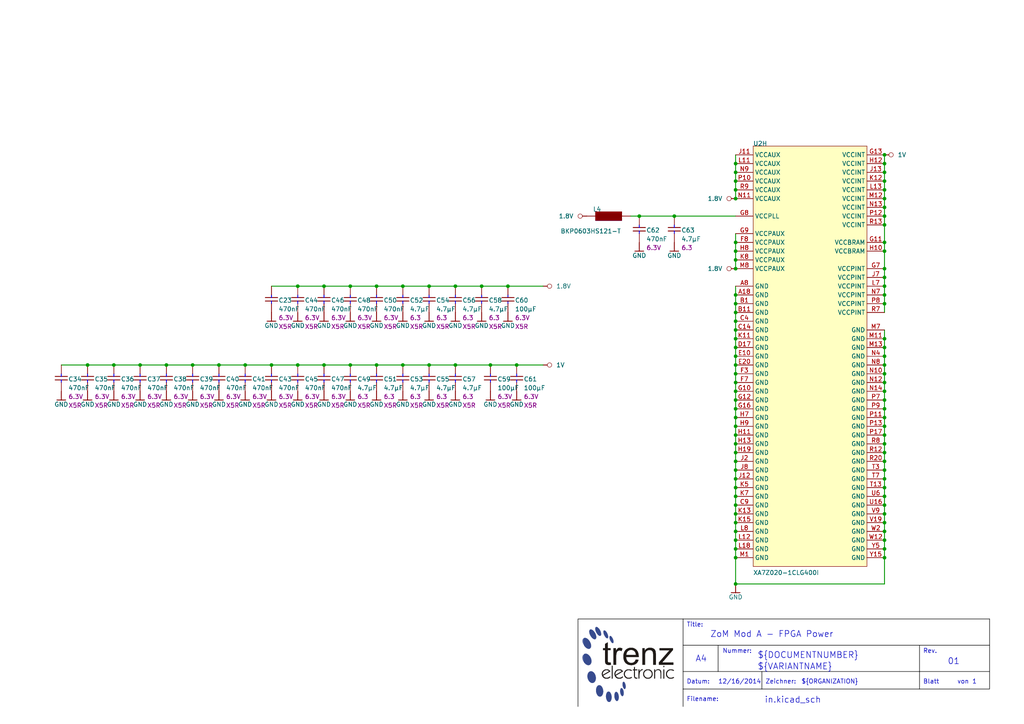
<source format=kicad_sch>
(kicad_sch (version 20230121) (generator eeschema)
  (paper "A4")
  (title_block (title "ZoM Mod A - FPGA Power") (date "12/16/2014") (rev "01"))
  (junction (at 256.54 47.4472))
  (junction (at 109.22 105.8672))
  (junction (at 256.54 103.3272))
  (junction (at 256.54 121.1072))
  (junction (at 55.88 105.8672))
  (junction (at 132.08 105.8672))
  (junction (at 147.32 83.0072))
  (junction (at 256.54 88.0872))
  (junction (at 109.22 83.0072))
  (junction (at 256.54 131.2672))
  (junction (at 213.36 136.3472))
  (junction (at 213.36 88.0872))
  (junction (at 256.54 52.5272))
  (junction (at 256.54 149.0472))
  (junction (at 256.54 62.6872))
  (junction (at 213.36 52.5272))
  (junction (at 256.54 136.3472))
  (junction (at 213.36 90.6272))
  (junction (at 213.36 100.7872))
  (junction (at 213.36 49.9872))
  (junction (at 256.54 143.9672))
  (junction (at 213.36 138.8872))
  (junction (at 142.24 105.8672))
  (junction (at 256.54 100.7872))
  (junction (at 93.98 83.0072))
  (junction (at 93.98 105.8672))
  (junction (at 101.6 105.8672))
  (junction (at 256.54 110.9472))
  (junction (at 213.36 98.2472))
  (junction (at 256.54 154.1272))
  (junction (at 213.36 149.0472))
  (junction (at 213.36 110.9472))
  (junction (at 256.54 113.4872))
  (junction (at 86.36 105.8672))
  (junction (at 256.54 65.2272))
  (junction (at 256.54 60.1472))
  (junction (at 256.54 161.7472))
  (junction (at 256.54 123.6472))
  (junction (at 71.12 105.8672))
  (junction (at 213.36 169.3672))
  (junction (at 25.4 105.8672))
  (junction (at 213.36 154.1272))
  (junction (at 213.36 128.7272))
  (junction (at 213.36 151.5872))
  (junction (at 86.36 83.0072))
  (junction (at 256.54 128.7272))
  (junction (at 256.54 116.0272))
  (junction (at 132.08 83.0072))
  (junction (at 213.36 105.8672))
  (junction (at 256.54 77.9272))
  (junction (at 101.6 83.0072))
  (junction (at 213.36 103.3272))
  (junction (at 256.54 108.4072))
  (junction (at 48.26 105.8672))
  (junction (at 256.54 44.9072))
  (junction (at 33.02 105.8672))
  (junction (at 256.54 159.2072))
  (junction (at 78.74 105.8672))
  (junction (at 213.36 133.8072))
  (junction (at 213.36 55.0672))
  (junction (at 213.36 131.2672))
  (junction (at 63.5 105.8672))
  (junction (at 213.36 143.9672))
  (junction (at 213.36 72.8472))
  (junction (at 213.36 156.6672))
  (junction (at 213.36 77.9272))
  (junction (at 213.36 75.3872))
  (junction (at 40.64 105.8672))
  (junction (at 256.54 118.5672))
  (junction (at 213.36 57.6072))
  (junction (at 256.54 126.1872))
  (junction (at 213.36 123.6472))
  (junction (at 213.36 70.3072))
  (junction (at 256.54 83.0072))
  (junction (at 256.54 146.5072))
  (junction (at 256.54 138.8872))
  (junction (at 256.54 85.5472))
  (junction (at 256.54 98.2472))
  (junction (at 256.54 105.8672))
  (junction (at 256.54 55.0672))
  (junction (at 116.84 105.8672))
  (junction (at 256.54 133.8072))
  (junction (at 195.58 62.6872))
  (junction (at 124.46 83.0072))
  (junction (at 213.36 93.1672))
  (junction (at 213.36 146.5072))
  (junction (at 256.54 49.9872))
  (junction (at 256.54 156.6672))
  (junction (at 256.54 70.3072))
  (junction (at 213.36 95.7072))
  (junction (at 213.36 161.7472))
  (junction (at 256.54 57.6072))
  (junction (at 149.86 105.8672))
  (junction (at 124.46 105.8672))
  (junction (at 116.84 83.0072))
  (junction (at 213.36 108.4072))
  (junction (at 213.36 121.1072))
  (junction (at 139.7 83.0072))
  (junction (at 213.36 47.4472))
  (junction (at 213.36 85.5472))
  (junction (at 213.36 126.1872))
  (junction (at 185.42 62.6872))
  (junction (at 256.54 80.4672))
  (junction (at 213.36 113.4872))
  (junction (at 213.36 118.5672))
  (junction (at 213.36 159.2072))
  (junction (at 256.54 151.5872))
  (junction (at 213.36 141.4272))
  (junction (at 256.54 141.4272))
  (junction (at 256.54 72.8472))
  (junction (at 213.36 116.0272))
  (wire (pts (xy 256.54 65.2272) (xy 256.54 62.6872)) (stroke (width 0.254)))
  (wire (pts (xy 142.24 105.8672) (xy 149.86 105.8672)) (stroke (width 0.254)))
  (wire (pts (xy 48.26 105.8672) (xy 55.88 105.8672)) (stroke (width 0.254)))
  (wire (pts (xy 213.36 169.3672) (xy 256.54 169.3672)) (stroke (width 0.254)))
  (wire (pts (xy 78.74 105.8672) (xy 86.36 105.8672)) (stroke (width 0.254)))
  (wire (pts (xy 109.22 105.8672) (xy 116.84 105.8672)) (stroke (width 0.254)))
  (wire (pts (xy 213.36 136.3472) (xy 213.36 138.8872)) (stroke (width 0.254)))
  (wire (pts (xy 213.36 95.7072) (xy 213.36 98.2472)) (stroke (width 0.254)))
  (wire (pts (xy 63.5 105.8672) (xy 71.12 105.8672)) (stroke (width 0.254)))
  (wire (pts (xy 213.36 52.5272) (xy 213.36 55.0672)) (stroke (width 0.254)))
  (wire (pts (xy 256.54 77.9272) (xy 256.54 72.8472)) (stroke (width 0.254)))
  (wire (pts (xy 213.36 126.1872) (xy 213.36 128.7272)) (stroke (width 0.254)))
  (wire (pts (xy 213.36 72.8472) (xy 213.36 70.3072)) (stroke (width 0.254)))
  (wire (pts (xy 256.54 156.6672) (xy 256.54 154.1272)) (stroke (width 0.254)))
  (wire (pts (xy 109.22 83.0072) (xy 116.84 83.0072)) (stroke (width 0.254)))
  (wire (pts (xy 101.6 83.0072) (xy 109.22 83.0072)) (stroke (width 0.254)))
  (wire (pts (xy 17.78 105.8672) (xy 25.4 105.8672)) (stroke (width 0.254)))
  (wire (pts (xy 256.54 80.4672) (xy 256.54 77.9272)) (stroke (width 0.254)))
  (wire (pts (xy 93.98 83.0072) (xy 101.6 83.0072)) (stroke (width 0.254)))
  (wire (pts (xy 256.54 57.6072) (xy 256.54 55.0672)) (stroke (width 0.254)))
  (wire (pts (xy 213.36 62.6872) (xy 195.58 62.6872)) (stroke (width 0.254)))
  (wire (pts (xy 256.54 90.6272) (xy 256.54 88.0872)) (stroke (width 0.254)))
  (wire (pts (xy 256.54 136.3472) (xy 256.54 133.8072)) (stroke (width 0.254)))
  (wire (pts (xy 213.36 100.7872) (xy 213.36 103.3272)) (stroke (width 0.254)))
  (wire (pts (xy 256.54 128.7272) (xy 256.54 126.1872)) (stroke (width 0.254)))
  (wire (pts (xy 256.54 108.4072) (xy 256.54 105.8672)) (stroke (width 0.254)))
  (wire (pts (xy 71.12 105.8672) (xy 78.74 105.8672)) (stroke (width 0.254)))
  (wire (pts (xy 101.6 105.8672) (xy 109.22 105.8672)) (stroke (width 0.254)))
  (wire (pts (xy 213.36 154.1272) (xy 213.36 156.6672)) (stroke (width 0.254)))
  (wire (pts (xy 213.36 151.5872) (xy 213.36 154.1272)) (stroke (width 0.254)))
  (wire (pts (xy 213.36 93.1672) (xy 213.36 95.7072)) (stroke (width 0.254)))
  (wire (pts (xy 213.36 121.1072) (xy 213.36 123.6472)) (stroke (width 0.254)))
  (wire (pts (xy 124.46 83.0072) (xy 132.08 83.0072)) (stroke (width 0.254)))
  (wire (pts (xy 256.54 113.4872) (xy 256.54 110.9472)) (stroke (width 0.254)))
  (wire (pts (xy 256.54 88.0872) (xy 256.54 85.5472)) (stroke (width 0.254)))
  (wire (pts (xy 256.54 118.5672) (xy 256.54 116.0272)) (stroke (width 0.254)))
  (wire (pts (xy 213.36 116.0272) (xy 213.36 118.5672)) (stroke (width 0.254)))
  (wire (pts (xy 256.54 103.3272) (xy 256.54 100.7872)) (stroke (width 0.254)))
  (wire (pts (xy 213.36 118.5672) (xy 213.36 121.1072)) (stroke (width 0.254)))
  (wire (pts (xy 256.54 49.9872) (xy 256.54 47.4472)) (stroke (width 0.254)))
  (wire (pts (xy 40.64 105.8672) (xy 48.26 105.8672)) (stroke (width 0.254)))
  (wire (pts (xy 256.54 60.1472) (xy 256.54 57.6072)) (stroke (width 0.254)))
  (wire (pts (xy 185.42 62.6872) (xy 182.88 62.6872)) (stroke (width 0.254)))
  (wire (pts (xy 213.36 123.6472) (xy 213.36 126.1872)) (stroke (width 0.254)))
  (wire (pts (xy 256.54 169.3672) (xy 256.54 161.7472)) (stroke (width 0.254)))
  (wire (pts (xy 25.4 105.8672) (xy 33.02 105.8672)) (stroke (width 0.254)))
  (wire (pts (xy 256.54 110.9472) (xy 256.54 108.4072)) (stroke (width 0.254)))
  (wire (pts (xy 116.84 83.0072) (xy 124.46 83.0072)) (stroke (width 0.254)))
  (wire (pts (xy 256.54 143.9672) (xy 256.54 141.4272)) (stroke (width 0.254)))
  (wire (pts (xy 256.54 98.2472) (xy 256.54 95.7072)) (stroke (width 0.254)))
  (wire (pts (xy 213.36 98.2472) (xy 213.36 100.7872)) (stroke (width 0.254)))
  (wire (pts (xy 213.36 143.9672) (xy 213.36 146.5072)) (stroke (width 0.254)))
  (wire (pts (xy 139.7 83.0072) (xy 147.32 83.0072)) (stroke (width 0.254)))
  (wire (pts (xy 213.36 108.4072) (xy 213.36 110.9472)) (stroke (width 0.254)))
  (wire (pts (xy 124.46 105.8672) (xy 132.08 105.8672)) (stroke (width 0.254)))
  (wire (pts (xy 213.36 49.9872) (xy 213.36 52.5272)) (stroke (width 0.254)))
  (wire (pts (xy 86.36 83.0072) (xy 93.98 83.0072)) (stroke (width 0.254)))
  (wire (pts (xy 213.36 156.6672) (xy 213.36 159.2072)) (stroke (width 0.254)))
  (wire (pts (xy 213.36 149.0472) (xy 213.36 151.5872)) (stroke (width 0.254)))
  (wire (pts (xy 256.54 100.7872) (xy 256.54 98.2472)) (stroke (width 0.254)))
  (wire (pts (xy 213.36 110.9472) (xy 213.36 113.4872)) (stroke (width 0.254)))
  (wire (pts (xy 213.36 55.0672) (xy 213.36 57.6072)) (stroke (width 0.254)))
  (wire (pts (xy 256.54 123.6472) (xy 256.54 121.1072)) (stroke (width 0.254)))
  (wire (pts (xy 147.32 83.0072) (xy 157.48 83.0072)) (stroke (width 0.254)))
  (wire (pts (xy 213.36 85.5472) (xy 213.36 88.0872)) (stroke (width 0.254)))
  (wire (pts (xy 256.54 159.2072) (xy 256.54 156.6672)) (stroke (width 0.254)))
  (wire (pts (xy 86.36 105.8672) (xy 93.98 105.8672)) (stroke (width 0.254)))
  (wire (pts (xy 213.36 83.0072) (xy 213.36 85.5472)) (stroke (width 0.254)))
  (wire (pts (xy 116.84 105.8672) (xy 124.46 105.8672)) (stroke (width 0.254)))
  (wire (pts (xy 256.54 133.8072) (xy 256.54 131.2672)) (stroke (width 0.254)))
  (wire (pts (xy 256.54 121.1072) (xy 256.54 118.5672)) (stroke (width 0.254)))
  (wire (pts (xy 132.08 105.8672) (xy 142.24 105.8672)) (stroke (width 0.254)))
  (wire (pts (xy 256.54 105.8672) (xy 256.54 103.3272)) (stroke (width 0.254)))
  (wire (pts (xy 256.54 138.8872) (xy 256.54 136.3472)) (stroke (width 0.254)))
  (wire (pts (xy 213.36 128.7272) (xy 213.36 131.2672)) (stroke (width 0.254)))
  (wire (pts (xy 213.36 105.8672) (xy 213.36 108.4072)) (stroke (width 0.254)))
  (wire (pts (xy 149.86 105.8672) (xy 157.48 105.8672)) (stroke (width 0.254)))
  (wire (pts (xy 256.54 83.0072) (xy 256.54 80.4672)) (stroke (width 0.254)))
  (wire (pts (xy 256.54 151.5872) (xy 256.54 149.0472)) (stroke (width 0.254)))
  (wire (pts (xy 213.36 75.3872) (xy 213.36 72.8472)) (stroke (width 0.254)))
  (wire (pts (xy 256.54 146.5072) (xy 256.54 143.9672)) (stroke (width 0.254)))
  (wire (pts (xy 213.36 77.9272) (xy 213.36 75.3872)) (stroke (width 0.254)))
  (wire (pts (xy 195.58 62.6872) (xy 185.42 62.6872)) (stroke (width 0.254)))
  (wire (pts (xy 213.36 146.5072) (xy 213.36 149.0472)) (stroke (width 0.254)))
  (wire (pts (xy 213.36 141.4272) (xy 213.36 143.9672)) (stroke (width 0.254)))
  (wire (pts (xy 213.36 138.8872) (xy 213.36 141.4272)) (stroke (width 0.254)))
  (wire (pts (xy 78.74 83.0072) (xy 86.36 83.0072)) (stroke (width 0.254)))
  (wire (pts (xy 256.54 72.8472) (xy 256.54 70.3072)) (stroke (width 0.254)))
  (wire (pts (xy 256.54 149.0472) (xy 256.54 146.5072)) (stroke (width 0.254)))
  (wire (pts (xy 213.36 133.8072) (xy 213.36 136.3472)) (stroke (width 0.254)))
  (wire (pts (xy 213.36 70.3072) (xy 213.36 67.7672)) (stroke (width 0.254)))
  (wire (pts (xy 256.54 116.0272) (xy 256.54 113.4872)) (stroke (width 0.254)))
  (wire (pts (xy 256.54 52.5272) (xy 256.54 49.9872)) (stroke (width 0.254)))
  (wire (pts (xy 213.36 88.0872) (xy 213.36 90.6272)) (stroke (width 0.254)))
  (wire (pts (xy 33.02 105.8672) (xy 40.64 105.8672)) (stroke (width 0.254)))
  (wire (pts (xy 256.54 161.7472) (xy 256.54 159.2072)) (stroke (width 0.254)))
  (wire (pts (xy 256.54 55.0672) (xy 256.54 52.5272)) (stroke (width 0.254)))
  (wire (pts (xy 213.36 161.7472) (xy 213.36 169.3672)) (stroke (width 0.254)))
  (wire (pts (xy 256.54 85.5472) (xy 256.54 83.0072)) (stroke (width 0.254)))
  (wire (pts (xy 213.36 103.3272) (xy 213.36 105.8672)) (stroke (width 0.254)))
  (wire (pts (xy 213.36 47.4472) (xy 213.36 49.9872)) (stroke (width 0.254)))
  (wire (pts (xy 213.36 44.9072) (xy 213.36 47.4472)) (stroke (width 0.254)))
  (wire (pts (xy 55.88 105.8672) (xy 63.5 105.8672)) (stroke (width 0.254)))
  (wire (pts (xy 256.54 70.3072) (xy 256.54 65.2272)) (stroke (width 0.254)))
  (wire (pts (xy 256.54 47.4472) (xy 256.54 44.9072)) (stroke (width 0.254)))
  (wire (pts (xy 256.54 62.6872) (xy 256.54 60.1472)) (stroke (width 0.254)))
  (wire (pts (xy 213.36 113.4872) (xy 213.36 116.0272)) (stroke (width 0.254)))
  (wire (pts (xy 213.36 159.2072) (xy 213.36 161.7472)) (stroke (width 0.254)))
  (wire (pts (xy 213.36 131.2672) (xy 213.36 133.8072)) (stroke (width 0.254)))
  (wire (pts (xy 93.98 105.8672) (xy 101.6 105.8672)) (stroke (width 0.254)))
  (wire (pts (xy 256.54 141.4272) (xy 256.54 138.8872)) (stroke (width 0.254)))
  (wire (pts (xy 256.54 126.1872) (xy 256.54 123.6472)) (stroke (width 0.254)))
  (wire (pts (xy 213.36 90.6272) (xy 213.36 93.1672)) (stroke (width 0.254)))
  (wire (pts (xy 256.54 154.1272) (xy 256.54 151.5872)) (stroke (width 0.254)))
  (wire (pts (xy 132.08 83.0072) (xy 139.7 83.0072)) (stroke (width 0.254)))
  (wire (pts (xy 256.54 131.2672) (xy 256.54 128.7272)) (stroke (width 0.254)))
  (polyline (pts (xy 266.7 194.7672) (xy 266.7 187.1472)) (stroke (width 0) (type solid) (color 0 0 0 1)))
  (polyline (pts (xy 208.28 194.7672) (xy 287.02 194.7672)) (stroke (width 0) (type solid) (color 0 0 0 1)))
  (polyline (pts (xy 198.12 199.8472) (xy 198.12 204.9272)) (stroke (width 0) (type solid) (color 0 0 0 1)))
  (polyline (pts (xy 220.98 194.7672) (xy 220.98 199.8472)) (stroke (width 0) (type solid) (color 0 0 0 1)))
  (polyline (pts (xy 266.7 194.7672) (xy 266.7 199.8472)) (stroke (width 0) (type solid) (color 0 0 0 1)))
  (polyline (pts (xy 167.64 204.9272) (xy 167.64 179.5272) (xy 198.12 179.5272)) (stroke (width 0) (type solid) (color 0 0 0 1)))
  (polyline (pts (xy 198.12 199.8472) (xy 287.02 199.8472) (xy 287.02 179.5272)) (stroke (width 0) (type solid) (color 0 0 0 1)))
  (polyline (pts (xy 287.02 187.1472) (xy 198.12 187.1472)) (stroke (width 0) (type solid) (color 0 0 0 1)))
  (polyline (pts (xy 208.28 187.1472) (xy 208.28 194.7672) (xy 198.12 194.7672)) (stroke (width 0) (type solid) (color 0 0 0 1)))
  (polyline (pts (xy 198.12 199.8472) (xy 198.12 179.5272) (xy 287.02 179.5272)) (stroke (width 0) (type solid) (color 0 0 0 1)))
  (image (at 182.245 192.7172) (scale 0.698446))
  (text "${FILENAME}" (at 221.742 204.1652 0) (effects (font (size 1.778 1.778)) (justify left bottom)))
  (text "${REVISION}" (at 274.828 192.9892 0) (effects (font (size 1.778 1.778)) (justify left bottom)))
  (text "Title:" (at 199.136 182.0672 0) (effects (font (size 1.27 1.27)) (justify left bottom)))
  (text "von" (at 277.622 198.5772 0) (effects (font (size 1.27 1.27)) (justify left bottom)))
  (text "${#}" (at 273.05 198.5772 0) (effects (font (size 1.27 1.27)) (justify left bottom)))
  (text "${TITLE}" (at 205.994 185.1152 0) (effects (font (size 1.778 1.778)) (justify left bottom)))
  (text "${DOCUMENTNUMBER}" (at 219.71 191.2112 0) (effects (font (size 1.778 1.778)) (justify left bottom)))
  (text "${ORGANIZATION}" (at 232.41 198.5772 0) (effects (font (size 1.27 1.27)) (justify left bottom)))
  (text "${ISSUE_DATE}" (at 208.28 198.5772 0) (effects (font (size 1.27 1.27)) (justify left bottom)))
  (text "Datum:" (at 199.136 198.5772 0) (effects (font (size 1.27 1.27)) (justify left bottom)))
  (text "A4" (at 201.676 192.2272 0) (effects (font (size 1.778 1.778)) (justify left bottom)))
  (text "Filename:" (at 199.136 203.6572 0) (effects (font (size 1.27 1.27)) (justify left bottom)))
  (text "Rev." (at 267.716 189.6872 0) (effects (font (size 1.27 1.27)) (justify left bottom)))
  (text "Zeichner:" (at 221.996 198.5772 0) (effects (font (size 1.27 1.27)) (justify left bottom)))
  (text "${##}" (at 281.94 198.5772 0) (effects (font (size 1.27 1.27)) (justify left bottom)))
  (text "${VARIANTNAME}" (at 219.71 194.5132 0) (effects (font (size 1.778 1.778)) (justify left bottom)))
  (text "Blatt" (at 267.716 198.5772 0) (effects (font (size 1.27 1.27)) (justify left bottom)))
  (text "Nummer:" (at 209.55 189.6872 0) (effects (font (size 1.27 1.27)) (justify left bottom)))
  (symbol (lib_id "FPGA-altium-import:GND") (at 101.6 113.4872 0) (unit 1)
    (property "Reference" "#PWR?" (effects hide))
    (property "Value" "GND" (at 101.6 117.2972 0))
  )
  (symbol (lib_id "FPGA-altium-import:FPGA-Power_0_CAP-NP") (at 195.58 62.6872 0) (unit 1)
    (property "Reference" "C63" (at 197.612 67.5132 0) (effects (justify left bottom)))
    (property "Value" "4.7µF" (at 197.612 70.0532 0) (effects (justify left bottom)))
    (property "Footprint" "CAPC1005X60N" (effects hide))
    (property "AN" "24719" (effects hide))
    (property "VOLTAGE" "6.3" (at 197.612 72.5932 0) (effects (justify left bottom)))
    (property "TECHNOLOGY" "X5R" (effects hide))
    (property "CASE" "1005 (0402)" (effects hide))
    (property "MIXED" "SMT" (effects hide))
    (property "ALTIUM_VALUE" "4.7u" (effects hide))
    (property "PREFERRED" "Yes" (effects hide))
  )
  (symbol (lib_id "FPGA-altium-import:FPGA-Power_0_CAP-NP") (at 63.5 105.8672 0) (unit 1)
    (property "Reference" "C40" (at 65.532 110.6932 0) (effects (justify left bottom)))
    (property "Value" "470nF" (at 65.532 113.2332 0) (effects (justify left bottom)))
    (property "Footprint" "CAPC0603X33N" (effects hide))
    (property "AN" "24921" (effects hide))
    (property "CASE" "0603 (0201)" (effects hide))
    (property "ALTIUM_VALUE" "470n" (effects hide))
    (property "VOLTAGE" "6.3V" (at 65.532 115.7732 0) (effects (justify left bottom)))
    (property "TECHNOLOGY" "X5R" (at 65.532 118.3132 0) (effects (justify left bottom)))
    (property "TOLERANCE" "20%" (effects hide))
    (property "MIXED" "SMT" (effects hide))
    (property "PREFERRED" "Yes" (effects hide))
  )
  (symbol (lib_id "FPGA-altium-import:GND") (at 213.36 169.3672 0) (unit 1)
    (property "Reference" "#PWR?" (effects hide))
    (property "Value" "GND" (at 213.36 173.1772 0))
  )
  (symbol (lib_id "FPGA-altium-import:FPGA-Power_0_CAP-NP") (at 101.6 83.0072 0) (unit 1)
    (property "Reference" "C48" (at 103.632 87.8332 0) (effects (justify left bottom)))
    (property "Value" "470nF" (at 103.632 90.3732 0) (effects (justify left bottom)))
    (property "Footprint" "CAPC0603X33N" (effects hide))
    (property "AN" "24921" (effects hide))
    (property "CASE" "0603 (0201)" (effects hide))
    (property "ALTIUM_VALUE" "470n" (effects hide))
    (property "VOLTAGE" "6.3V" (at 103.632 92.9132 0) (effects (justify left bottom)))
    (property "TECHNOLOGY" "X5R" (at 103.632 95.4532 0) (effects (justify left bottom)))
    (property "TOLERANCE" "20%" (effects hide))
    (property "MIXED" "SMT" (effects hide))
    (property "PREFERRED" "Yes" (effects hide))
  )
  (symbol (lib_id "FPGA-altium-import:FPGA-Power_0_CAP-NP") (at 116.84 105.8672 0) (unit 1)
    (property "Reference" "C53" (at 118.872 110.6932 0) (effects (justify left bottom)))
    (property "Value" "4.7µF" (at 118.872 113.2332 0) (effects (justify left bottom)))
    (property "Footprint" "CAPC1005X60N" (effects hide))
    (property "AN" "24719" (effects hide))
    (property "CASE" "1005 (0402)" (effects hide))
    (property "ALTIUM_VALUE" "4.7u" (effects hide))
    (property "VOLTAGE" "6.3" (at 118.872 115.7732 0) (effects (justify left bottom)))
    (property "TECHNOLOGY" "X5R" (at 118.872 118.3132 0) (effects (justify left bottom)))
    (property "MIXED" "SMT" (effects hide))
    (property "PREFERRED" "Yes" (effects hide))
  )
  (symbol (lib_id "FPGA-altium-import:GND") (at 132.08 113.4872 0) (unit 1)
    (property "Reference" "#PWR?" (effects hide))
    (property "Value" "GND" (at 132.08 117.2972 0))
  )
  (symbol (lib_id "FPGA-altium-import:GND") (at 93.98 113.4872 0) (unit 1)
    (property "Reference" "#PWR?" (effects hide))
    (property "Value" "GND" (at 93.98 117.2972 0))
  )
  (symbol (lib_id "FPGA-altium-import:GND") (at 78.74 90.6272 0) (unit 1)
    (property "Reference" "#PWR?" (effects hide))
    (property "Value" "GND" (at 78.74 94.4372 0))
  )
  (symbol (lib_id "FPGA-altium-import:FPGA-Power_0_CAP-NP") (at 93.98 105.8672 0) (unit 1)
    (property "Reference" "C47" (at 96.012 110.6932 0) (effects (justify left bottom)))
    (property "Value" "470nF" (at 96.012 113.2332 0) (effects (justify left bottom)))
    (property "Footprint" "CAPC0603X33N" (effects hide))
    (property "AN" "24921" (effects hide))
    (property "CASE" "0603 (0201)" (effects hide))
    (property "ALTIUM_VALUE" "470n" (effects hide))
    (property "VOLTAGE" "6.3V" (at 96.012 115.7732 0) (effects (justify left bottom)))
    (property "TECHNOLOGY" "X5R" (at 96.012 118.3132 0) (effects (justify left bottom)))
    (property "TOLERANCE" "20%" (effects hide))
    (property "MIXED" "SMT" (effects hide))
    (property "PREFERRED" "Yes" (effects hide))
  )
  (symbol (lib_id "FPGA-altium-import:FPGA-Power_2_CAP-NP") (at 147.32 90.6272 0) (unit 1)
    (property "Reference" "C60" (at 149.352 87.8332 0) (effects (justify left bottom)))
    (property "Value" "100µF" (at 149.352 90.3732 0) (effects (justify left bottom)))
    (property "Footprint" "CAPC3216X180N" (effects hide))
    (property "AN" "23116" (effects hide))
    (property "CASE" "3216 (1206)" (effects hide))
    (property "ALTIUM_VALUE" "100u" (effects hide))
    (property "VOLTAGE" "6.3V" (at 149.352 92.9132 0) (effects (justify left bottom)))
    (property "TECHNOLOGY" "X5R" (at 149.352 95.4532 0) (effects (justify left bottom)))
    (property "MIXED" "SMT" (effects hide))
    (property "PREFERRED" "Yes" (effects hide))
  )
  (symbol (lib_id "FPGA-altium-import:FPGA-Power_0_CAP-NP") (at 33.02 105.8672 0) (unit 1)
    (property "Reference" "C36" (at 35.052 110.6932 0) (effects (justify left bottom)))
    (property "Value" "470nF" (at 35.052 113.2332 0) (effects (justify left bottom)))
    (property "Footprint" "CAPC0603X33N" (effects hide))
    (property "AN" "24921" (effects hide))
    (property "CASE" "0603 (0201)" (effects hide))
    (property "ALTIUM_VALUE" "470n" (effects hide))
    (property "VOLTAGE" "6.3V" (at 35.052 115.7732 0) (effects (justify left bottom)))
    (property "TECHNOLOGY" "X5R" (at 35.052 118.3132 0) (effects (justify left bottom)))
    (property "TOLERANCE" "20%" (effects hide))
    (property "MIXED" "SMT" (effects hide))
    (property "PREFERRED" "Yes" (effects hide))
  )
  (symbol (lib_id "FPGA-altium-import:FPGA-Power_0_CAP-NP") (at 48.26 105.8672 0) (unit 1)
    (property "Reference" "C38" (at 50.292 110.6932 0) (effects (justify left bottom)))
    (property "Value" "470nF" (at 50.292 113.2332 0) (effects (justify left bottom)))
    (property "Footprint" "CAPC0603X33N" (effects hide))
    (property "AN" "24921" (effects hide))
    (property "CASE" "0603 (0201)" (effects hide))
    (property "ALTIUM_VALUE" "470n" (effects hide))
    (property "VOLTAGE" "6.3V" (at 50.292 115.7732 0) (effects (justify left bottom)))
    (property "TECHNOLOGY" "X5R" (at 50.292 118.3132 0) (effects (justify left bottom)))
    (property "TOLERANCE" "20%" (effects hide))
    (property "MIXED" "SMT" (effects hide))
    (property "PREFERRED" "Yes" (effects hide))
  )
  (symbol (lib_id "FPGA-altium-import:FPGA-Power_0_CAP-NP") (at 86.36 105.8672 0) (unit 1)
    (property "Reference" "C45" (at 88.392 110.6932 0) (effects (justify left bottom)))
    (property "Value" "470nF" (at 88.392 113.2332 0) (effects (justify left bottom)))
    (property "Footprint" "CAPC0603X33N" (effects hide))
    (property "AN" "24921" (effects hide))
    (property "CASE" "0603 (0201)" (effects hide))
    (property "ALTIUM_VALUE" "470n" (effects hide))
    (property "VOLTAGE" "6.3V" (at 88.392 115.7732 0) (effects (justify left bottom)))
    (property "TECHNOLOGY" "X5R" (at 88.392 118.3132 0) (effects (justify left bottom)))
    (property "TOLERANCE" "20%" (effects hide))
    (property "MIXED" "SMT" (effects hide))
    (property "PREFERRED" "Yes" (effects hide))
  )
  (symbol (lib_id "FPGA-altium-import:FPGA-Power_0_CAP-NP") (at 124.46 83.0072 0) (unit 1)
    (property "Reference" "C54" (at 126.492 87.8332 0) (effects (justify left bottom)))
    (property "Value" "4.7µF" (at 126.492 90.3732 0) (effects (justify left bottom)))
    (property "Footprint" "CAPC1005X60N" (effects hide))
    (property "AN" "24719" (effects hide))
    (property "CASE" "1005 (0402)" (effects hide))
    (property "ALTIUM_VALUE" "4.7u" (effects hide))
    (property "VOLTAGE" "6.3" (at 126.492 92.9132 0) (effects (justify left bottom)))
    (property "TECHNOLOGY" "X5R" (at 126.492 95.4532 0) (effects (justify left bottom)))
    (property "MIXED" "SMT" (effects hide))
    (property "PREFERRED" "Yes" (effects hide))
  )
  (symbol (lib_id "FPGA-altium-import:FPGA-Power_0_CAP-NP") (at 71.12 105.8672 0) (unit 1)
    (property "Reference" "C41" (at 73.152 110.6932 0) (effects (justify left bottom)))
    (property "Value" "470nF" (at 73.152 113.2332 0) (effects (justify left bottom)))
    (property "Footprint" "CAPC0603X33N" (effects hide))
    (property "AN" "24921" (effects hide))
    (property "CASE" "0603 (0201)" (effects hide))
    (property "ALTIUM_VALUE" "470n" (effects hide))
    (property "VOLTAGE" "6.3V" (at 73.152 115.7732 0) (effects (justify left bottom)))
    (property "TECHNOLOGY" "X5R" (at 73.152 118.3132 0) (effects (justify left bottom)))
    (property "TOLERANCE" "20%" (effects hide))
    (property "MIXED" "SMT" (effects hide))
    (property "PREFERRED" "Yes" (effects hide))
  )
  (symbol (lib_id "FPGA-altium-import:GND") (at 25.4 113.4872 0) (unit 1)
    (property "Reference" "#PWR?" (effects hide))
    (property "Value" "GND" (at 25.4 117.2972 0))
  )
  (symbol (lib_id "FPGA-altium-import:GND") (at 132.08 90.6272 0) (unit 1)
    (property "Reference" "#PWR?" (effects hide))
    (property "Value" "GND" (at 132.08 94.4372 0))
  )
  (symbol (lib_id "FPGA-altium-import:FPGA-Power_0_CAP-NP") (at 116.84 83.0072 0) (unit 1)
    (property "Reference" "C52" (at 118.872 87.8332 0) (effects (justify left bottom)))
    (property "Value" "4.7µF" (at 118.872 90.3732 0) (effects (justify left bottom)))
    (property "Footprint" "CAPC1005X60N" (effects hide))
    (property "AN" "24719" (effects hide))
    (property "CASE" "1005 (0402)" (effects hide))
    (property "ALTIUM_VALUE" "4.7u" (effects hide))
    (property "VOLTAGE" "6.3" (at 118.872 92.9132 0) (effects (justify left bottom)))
    (property "TECHNOLOGY" "X5R" (at 118.872 95.4532 0) (effects (justify left bottom)))
    (property "MIXED" "SMT" (effects hide))
    (property "PREFERRED" "Yes" (effects hide))
  )
  (symbol (lib_id "FPGA-altium-import:FPGA-Power_0_XC7Z020-2CLG400C") (at 218.44 42.3672 0) (unit 8)
    (property "Reference" "U2" (at 218.44 42.3672 0) (effects (justify left bottom)))
    (property "Value" "XA7Z020-1CLG400I" (at 218.44 166.8272 0) (effects (justify left bottom)))
    (property "Footprint" "BGA400C80P20X20_1700X1700X160N" (effects hide))
    (property "AN" "25981" (effects hide))
    (property "CASE" "CLG400" (effects hide))
    (property "MIXED" "SMT" (effects hide))
    (property "TRENZ-STOCK" "Yes" (effects hide))
    (property "HELPURL" "B~{:}A~{D}adli~{b}datashee~{t}XC7" (effects hide))
  )
  (symbol (lib_id "FPGA-altium-import:FPGA-Power_0_CAP-NP") (at 139.7 83.0072 0) (unit 1)
    (property "Reference" "C58" (at 141.732 87.8332 0) (effects (justify left bottom)))
    (property "Value" "4.7µF" (at 141.732 90.3732 0) (effects (justify left bottom)))
    (property "Footprint" "CAPC1005X60N" (effects hide))
    (property "AN" "24719" (effects hide))
    (property "CASE" "1005 (0402)" (effects hide))
    (property "ALTIUM_VALUE" "4.7u" (effects hide))
    (property "VOLTAGE" "6.3" (at 141.732 92.9132 0) (effects (justify left bottom)))
    (property "TECHNOLOGY" "X5R" (at 141.732 95.4532 0) (effects (justify left bottom)))
    (property "MIXED" "SMT" (effects hide))
    (property "PREFERRED" "Yes" (effects hide))
  )
  (symbol (lib_id "FPGA-altium-import:FPGA-Power_0_CAP-NP") (at 149.86 105.8672 0) (unit 1)
    (property "Reference" "C61" (at 151.892 110.6932 0) (effects (justify left bottom)))
    (property "Value" "100µF" (at 151.892 113.2332 0) (effects (justify left bottom)))
    (property "Footprint" "CAPC3216X180N" (effects hide))
    (property "AN" "23116" (effects hide))
    (property "CASE" "3216 (1206)" (effects hide))
    (property "ALTIUM_VALUE" "100u" (effects hide))
    (property "VOLTAGE" "6.3V" (at 151.892 115.7732 0) (effects (justify left bottom)))
    (property "TECHNOLOGY" "X5R" (at 151.892 118.3132 0) (effects (justify left bottom)))
    (property "MIXED" "SMT" (effects hide))
    (property "PREFERRED" "Yes" (effects hide))
  )
  (symbol (lib_id "FPGA-altium-import:FPGA-Power_0_CAP-NP") (at 78.74 105.8672 0) (unit 1)
    (property "Reference" "C43" (at 80.772 110.6932 0) (effects (justify left bottom)))
    (property "Value" "470nF" (at 80.772 113.2332 0) (effects (justify left bottom)))
    (property "Footprint" "CAPC0603X33N" (effects hide))
    (property "AN" "24921" (effects hide))
    (property "CASE" "0603 (0201)" (effects hide))
    (property "ALTIUM_VALUE" "470n" (effects hide))
    (property "VOLTAGE" "6.3V" (at 80.772 115.7732 0) (effects (justify left bottom)))
    (property "TECHNOLOGY" "X5R" (at 80.772 118.3132 0) (effects (justify left bottom)))
    (property "TOLERANCE" "20%" (effects hide))
    (property "MIXED" "SMT" (effects hide))
    (property "PREFERRED" "Yes" (effects hide))
  )
  (symbol (lib_id "FPGA-altium-import:GND") (at 101.6 90.6272 0) (unit 1)
    (property "Reference" "#PWR?" (effects hide))
    (property "Value" "GND" (at 101.6 94.4372 0))
  )
  (symbol (lib_id "FPGA-altium-import:1.8V") (at 157.48 83.0072 90) (unit 1)
    (property "Reference" "#PWR?" (effects hide))
    (property "Value" "1.8V" (at 161.29 83.0072 90) (effects (justify right)))
  )
  (symbol (lib_id "FPGA-altium-import:GND") (at 195.58 70.3072 0) (unit 1)
    (property "Reference" "#PWR?" (effects hide))
    (property "Value" "GND" (at 195.58 74.1172 0))
  )
  (symbol (lib_id "FPGA-altium-import:FPGA-Power_0_CAP-NP") (at 132.08 105.8672 0) (unit 1)
    (property "Reference" "C57" (at 134.112 110.6932 0) (effects (justify left bottom)))
    (property "Value" "4.7µF" (at 134.112 113.2332 0) (effects (justify left bottom)))
    (property "Footprint" "CAPC1005X60N" (effects hide))
    (property "AN" "24719" (effects hide))
    (property "CASE" "1005 (0402)" (effects hide))
    (property "ALTIUM_VALUE" "4.7u" (effects hide))
    (property "VOLTAGE" "6.3" (at 134.112 115.7732 0) (effects (justify left bottom)))
    (property "TECHNOLOGY" "X5R" (at 134.112 118.3132 0) (effects (justify left bottom)))
    (property "MIXED" "SMT" (effects hide))
    (property "PREFERRED" "Yes" (effects hide))
  )
  (symbol (lib_id "FPGA-altium-import:GND") (at 124.46 113.4872 0) (unit 1)
    (property "Reference" "#PWR?" (effects hide))
    (property "Value" "GND" (at 124.46 117.2972 0))
  )
  (symbol (lib_id "FPGA-altium-import:GND") (at 124.46 90.6272 0) (unit 1)
    (property "Reference" "#PWR?" (effects hide))
    (property "Value" "GND" (at 124.46 94.4372 0))
  )
  (symbol (lib_id "FPGA-altium-import:FPGA-Power_0_CAP-NP") (at 185.42 62.6872 0) (unit 1)
    (property "Reference" "C62" (at 187.452 67.5132 0) (effects (justify left bottom)))
    (property "Value" "470nF" (at 187.452 70.0532 0) (effects (justify left bottom)))
    (property "Footprint" "CAPC0603X33N" (effects hide))
    (property "AN" "24921" (effects hide))
    (property "VOLTAGE" "6.3V" (at 187.452 72.5932 0) (effects (justify left bottom)))
    (property "TECHNOLOGY" "X5R" (effects hide))
    (property "CASE" "0603 (0201)" (effects hide))
    (property "TOLERANCE" "20%" (effects hide))
    (property "MIXED" "SMT" (effects hide))
    (property "ALTIUM_VALUE" "470n" (effects hide))
    (property "PREFERRED" "Yes" (effects hide))
  )
  (symbol (lib_id "FPGA-altium-import:FPGA-Power_0_CAP-NP") (at 109.22 105.8672 0) (unit 1)
    (property "Reference" "C51" (at 111.252 110.6932 0) (effects (justify left bottom)))
    (property "Value" "4.7µF" (at 111.252 113.2332 0) (effects (justify left bottom)))
    (property "Footprint" "CAPC1005X60N" (effects hide))
    (property "AN" "24719" (effects hide))
    (property "CASE" "1005 (0402)" (effects hide))
    (property "ALTIUM_VALUE" "4.7u" (effects hide))
    (property "VOLTAGE" "6.3" (at 111.252 115.7732 0) (effects (justify left bottom)))
    (property "TECHNOLOGY" "X5R" (at 111.252 118.3132 0) (effects (justify left bottom)))
    (property "MIXED" "SMT" (effects hide))
    (property "PREFERRED" "Yes" (effects hide))
  )
  (symbol (lib_id "FPGA-altium-import:FPGA-Power_0_CAP-NP") (at 25.4 105.8672 0) (unit 1)
    (property "Reference" "C35" (at 27.432 110.6932 0) (effects (justify left bottom)))
    (property "Value" "470nF" (at 27.432 113.2332 0) (effects (justify left bottom)))
    (property "Footprint" "CAPC0603X33N" (effects hide))
    (property "AN" "24921" (effects hide))
    (property "CASE" "0603 (0201)" (effects hide))
    (property "ALTIUM_VALUE" "470n" (effects hide))
    (property "VOLTAGE" "6.3V" (at 27.432 115.7732 0) (effects (justify left bottom)))
    (property "TECHNOLOGY" "X5R" (at 27.432 118.3132 0) (effects (justify left bottom)))
    (property "TOLERANCE" "20%" (effects hide))
    (property "MIXED" "SMT" (effects hide))
    (property "PREFERRED" "Yes" (effects hide))
  )
  (symbol (lib_id "FPGA-altium-import:GND") (at 63.5 113.4872 0) (unit 1)
    (property "Reference" "#PWR?" (effects hide))
    (property "Value" "GND" (at 63.5 117.2972 0))
  )
  (symbol (lib_id "FPGA-altium-import:GND") (at 185.42 70.3072 0) (unit 1)
    (property "Reference" "#PWR?" (effects hide))
    (property "Value" "GND" (at 185.42 74.1172 0))
  )
  (symbol (lib_id "FPGA-altium-import:GND") (at 17.78 113.4872 0) (unit 1)
    (property "Reference" "#PWR?" (effects hide))
    (property "Value" "GND" (at 17.78 117.2972 0))
  )
  (symbol (lib_id "FPGA-altium-import:FPGA-Power_0_CAP-NP") (at 40.64 105.8672 0) (unit 1)
    (property "Reference" "C37" (at 42.672 110.6932 0) (effects (justify left bottom)))
    (property "Value" "470nF" (at 42.672 113.2332 0) (effects (justify left bottom)))
    (property "Footprint" "CAPC0603X33N" (effects hide))
    (property "AN" "24921" (effects hide))
    (property "CASE" "0603 (0201)" (effects hide))
    (property "ALTIUM_VALUE" "470n" (effects hide))
    (property "VOLTAGE" "6.3V" (at 42.672 115.7732 0) (effects (justify left bottom)))
    (property "TECHNOLOGY" "X5R" (at 42.672 118.3132 0) (effects (justify left bottom)))
    (property "TOLERANCE" "20%" (effects hide))
    (property "MIXED" "SMT" (effects hide))
    (property "PREFERRED" "Yes" (effects hide))
  )
  (symbol (lib_id "FPGA-altium-import:FPGA-Power_0_CAP-NP") (at 132.08 83.0072 0) (unit 1)
    (property "Reference" "C56" (at 134.112 87.8332 0) (effects (justify left bottom)))
    (property "Value" "4.7µF" (at 134.112 90.3732 0) (effects (justify left bottom)))
    (property "Footprint" "CAPC1005X60N" (effects hide))
    (property "AN" "24719" (effects hide))
    (property "CASE" "1005 (0402)" (effects hide))
    (property "ALTIUM_VALUE" "4.7u" (effects hide))
    (property "VOLTAGE" "6.3" (at 134.112 92.9132 0) (effects (justify left bottom)))
    (property "TECHNOLOGY" "X5R" (at 134.112 95.4532 0) (effects (justify left bottom)))
    (property "MIXED" "SMT" (effects hide))
    (property "PREFERRED" "Yes" (effects hide))
  )
  (symbol (lib_id "FPGA-altium-import:GND") (at 78.74 113.4872 0) (unit 1)
    (property "Reference" "#PWR?" (effects hide))
    (property "Value" "GND" (at 78.74 117.2972 0))
  )
  (symbol (lib_id "FPGA-altium-import:FPGA-Power_0_CAP-NP") (at 124.46 105.8672 0) (unit 1)
    (property "Reference" "C55" (at 126.492 110.6932 0) (effects (justify left bottom)))
    (property "Value" "4.7µF" (at 126.492 113.2332 0) (effects (justify left bottom)))
    (property "Footprint" "CAPC1005X60N" (effects hide))
    (property "AN" "24719" (effects hide))
    (property "CASE" "1005 (0402)" (effects hide))
    (property "ALTIUM_VALUE" "4.7u" (effects hide))
    (property "VOLTAGE" "6.3" (at 126.492 115.7732 0) (effects (justify left bottom)))
    (property "TECHNOLOGY" "X5R" (at 126.492 118.3132 0) (effects (justify left bottom)))
    (property "MIXED" "SMT" (effects hide))
    (property "PREFERRED" "Yes" (effects hide))
  )
  (symbol (lib_id "FPGA-altium-import:FPGA-Power_0_CAP-NP") (at 101.6 105.8672 0) (unit 1)
    (property "Reference" "C49" (at 103.632 110.6932 0) (effects (justify left bottom)))
    (property "Value" "4.7µF" (at 103.632 113.2332 0) (effects (justify left bottom)))
    (property "Footprint" "CAPC1005X60N" (effects hide))
    (property "AN" "24719" (effects hide))
    (property "CASE" "1005 (0402)" (effects hide))
    (property "ALTIUM_VALUE" "4.7u" (effects hide))
    (property "VOLTAGE" "6.3" (at 103.632 115.7732 0) (effects (justify left bottom)))
    (property "TECHNOLOGY" "X5R" (at 103.632 118.3132 0) (effects (justify left bottom)))
    (property "MIXED" "SMT" (effects hide))
    (property "PREFERRED" "Yes" (effects hide))
  )
  (symbol (lib_id "FPGA-altium-import:1.8V") (at 213.36 77.9272 270) (unit 1)
    (property "Reference" "#PWR?" (effects hide))
    (property "Value" "1.8V" (at 209.55 77.9272 90) (effects (justify right)))
  )
  (symbol (lib_id "FPGA-altium-import:FPGA-Power_0_Ferritperle") (at 170.18 62.6872 0) (unit 1)
    (property "Reference" "L4" (at 171.958 61.4172 0) (effects (justify left bottom)))
    (property "Value" "BKP0603HS121-T" (at 162.56 67.7672 0) (effects (justify left bottom)))
    (property "Footprint" "INDC0603X33N" (effects hide))
    (property "AN" "25393" (effects hide))
    (property "CASE" "0603 (0201)" (effects hide))
    (property "HELPURL" "B~{:}A~{D}adli~{b}datashee~{t}MULTILAYER CHIP BEAD INDUCTORS BK" (effects hide))
    (property "TRENZ-STOCK" "Yes" (effects hide))
    (property "MIXED" "SMT" (effects hide))
    (property "PREFERRED" "Yes" (effects hide))
  )
  (symbol (lib_id "FPGA-altium-import:GND") (at 139.7 90.6272 0) (unit 1)
    (property "Reference" "#PWR?" (effects hide))
    (property "Value" "GND" (at 139.7 94.4372 0))
  )
  (symbol (lib_id "FPGA-altium-import:FPGA-Power_0_CAP-NP") (at 55.88 105.8672 0) (unit 1)
    (property "Reference" "C39" (at 57.912 110.6932 0) (effects (justify left bottom)))
    (property "Value" "470nF" (at 57.912 113.2332 0) (effects (justify left bottom)))
    (property "Footprint" "CAPC0603X33N" (effects hide))
    (property "AN" "24921" (effects hide))
    (property "CASE" "0603 (0201)" (effects hide))
    (property "ALTIUM_VALUE" "470n" (effects hide))
    (property "VOLTAGE" "6.3V" (at 57.912 115.7732 0) (effects (justify left bottom)))
    (property "TECHNOLOGY" "X5R" (at 57.912 118.3132 0) (effects (justify left bottom)))
    (property "TOLERANCE" "20%" (effects hide))
    (property "MIXED" "SMT" (effects hide))
    (property "PREFERRED" "Yes" (effects hide))
  )
  (symbol (lib_id "FPGA-altium-import:GND") (at 109.22 90.6272 0) (unit 1)
    (property "Reference" "#PWR?" (effects hide))
    (property "Value" "GND" (at 109.22 94.4372 0))
  )
  (symbol (lib_id "FPGA-altium-import:1V") (at 256.54 44.9072 90) (unit 1)
    (property "Reference" "#PWR?" (effects hide))
    (property "Value" "1V" (at 260.35 44.9072 90) (effects (justify right)))
  )
  (symbol (lib_id "FPGA-altium-import:GND") (at 40.64 113.4872 0) (unit 1)
    (property "Reference" "#PWR?" (effects hide))
    (property "Value" "GND" (at 40.64 117.2972 0))
  )
  (symbol (lib_id "FPGA-altium-import:FPGA-Power_0_CAP-NP") (at 17.78 105.8672 0) (unit 1)
    (property "Reference" "C34" (at 19.812 110.6932 0) (effects (justify left bottom)))
    (property "Value" "470nF" (at 19.812 113.2332 0) (effects (justify left bottom)))
    (property "Footprint" "CAPC0603X33N" (effects hide))
    (property "AN" "24921" (effects hide))
    (property "CASE" "0603 (0201)" (effects hide))
    (property "ALTIUM_VALUE" "470n" (effects hide))
    (property "VOLTAGE" "6.3V" (at 19.812 115.7732 0) (effects (justify left bottom)))
    (property "TECHNOLOGY" "X5R" (at 19.812 118.3132 0) (effects (justify left bottom)))
    (property "TOLERANCE" "20%" (effects hide))
    (property "MIXED" "SMT" (effects hide))
    (property "PREFERRED" "Yes" (effects hide))
  )
  (symbol (lib_id "FPGA-altium-import:GND") (at 109.22 113.4872 0) (unit 1)
    (property "Reference" "#PWR?" (effects hide))
    (property "Value" "GND" (at 109.22 117.2972 0))
  )
  (symbol (lib_id "FPGA-altium-import:FPGA-Power_0_CAP-NP") (at 142.24 105.8672 0) (unit 1)
    (property "Reference" "C59" (at 144.272 110.6932 0) (effects (justify left bottom)))
    (property "Value" "100µF" (at 144.272 113.2332 0) (effects (justify left bottom)))
    (property "Footprint" "CAPC3216X180N" (effects hide))
    (property "AN" "23116" (effects hide))
    (property "CASE" "3216 (1206)" (effects hide))
    (property "ALTIUM_VALUE" "100u" (effects hide))
    (property "VOLTAGE" "6.3V" (at 144.272 115.7732 0) (effects (justify left bottom)))
    (property "TECHNOLOGY" "X5R" (at 144.272 118.3132 0) (effects (justify left bottom)))
    (property "MIXED" "SMT" (effects hide))
    (property "PREFERRED" "Yes" (effects hide))
  )
  (symbol (lib_id "FPGA-altium-import:GND") (at 116.84 90.6272 0) (unit 1)
    (property "Reference" "#PWR?" (effects hide))
    (property "Value" "GND" (at 116.84 94.4372 0))
  )
  (symbol (lib_id "FPGA-altium-import:FPGA-Power_0_CAP-NP") (at 86.36 83.0072 0) (unit 1)
    (property "Reference" "C44" (at 88.392 87.8332 0) (effects (justify left bottom)))
    (property "Value" "470nF" (at 88.392 90.3732 0) (effects (justify left bottom)))
    (property "Footprint" "CAPC0603X33N" (effects hide))
    (property "AN" "24921" (effects hide))
    (property "CASE" "0603 (0201)" (effects hide))
    (property "ALTIUM_VALUE" "470n" (effects hide))
    (property "VOLTAGE" "6.3V" (at 88.392 92.9132 0) (effects (justify left bottom)))
    (property "TECHNOLOGY" "X5R" (at 88.392 95.4532 0) (effects (justify left bottom)))
    (property "TOLERANCE" "20%" (effects hide))
    (property "MIXED" "SMT" (effects hide))
    (property "PREFERRED" "Yes" (effects hide))
  )
  (symbol (lib_id "FPGA-altium-import:GND") (at 93.98 90.6272 0) (unit 1)
    (property "Reference" "#PWR?" (effects hide))
    (property "Value" "GND" (at 93.98 94.4372 0))
  )
  (symbol (lib_id "FPGA-altium-import:FPGA-Power_0_CAP-NP") (at 93.98 83.0072 0) (unit 1)
    (property "Reference" "C46" (at 96.012 87.8332 0) (effects (justify left bottom)))
    (property "Value" "470nF" (at 96.012 90.3732 0) (effects (justify left bottom)))
    (property "Footprint" "CAPC0603X33N" (effects hide))
    (property "AN" "24921" (effects hide))
    (property "CASE" "0603 (0201)" (effects hide))
    (property "ALTIUM_VALUE" "470n" (effects hide))
    (property "VOLTAGE" "6.3V" (at 96.012 92.9132 0) (effects (justify left bottom)))
    (property "TECHNOLOGY" "X5R" (at 96.012 95.4532 0) (effects (justify left bottom)))
    (property "TOLERANCE" "20%" (effects hide))
    (property "MIXED" "SMT" (effects hide))
    (property "PREFERRED" "Yes" (effects hide))
  )
  (symbol (lib_id "FPGA-altium-import:GND") (at 71.12 113.4872 0) (unit 1)
    (property "Reference" "#PWR?" (effects hide))
    (property "Value" "GND" (at 71.12 117.2972 0))
  )
  (symbol (lib_id "FPGA-altium-import:GND") (at 55.88 113.4872 0) (unit 1)
    (property "Reference" "#PWR?" (effects hide))
    (property "Value" "GND" (at 55.88 117.2972 0))
  )
  (symbol (lib_id "FPGA-altium-import:GND") (at 33.02 113.4872 0) (unit 1)
    (property "Reference" "#PWR?" (effects hide))
    (property "Value" "GND" (at 33.02 117.2972 0))
  )
  (symbol (lib_id "FPGA-altium-import:GND") (at 147.32 90.6272 0) (unit 1)
    (property "Reference" "#PWR?" (effects hide))
    (property "Value" "GND" (at 147.32 94.4372 0))
  )
  (symbol (lib_id "FPGA-altium-import:GND") (at 48.26 113.4872 0) (unit 1)
    (property "Reference" "#PWR?" (effects hide))
    (property "Value" "GND" (at 48.26 117.2972 0))
  )
  (symbol (lib_id "FPGA-altium-import:1.8V") (at 213.36 57.6072 270) (unit 1)
    (property "Reference" "#PWR?" (effects hide))
    (property "Value" "1.8V" (at 209.55 57.6072 90) (effects (justify right)))
  )
  (symbol (lib_id "FPGA-altium-import:GND") (at 86.36 90.6272 0) (unit 1)
    (property "Reference" "#PWR?" (effects hide))
    (property "Value" "GND" (at 86.36 94.4372 0))
  )
  (symbol (lib_id "FPGA-altium-import:FPGA-Power_0_CAP-NP") (at 109.22 83.0072 0) (unit 1)
    (property "Reference" "C50" (at 111.252 87.8332 0) (effects (justify left bottom)))
    (property "Value" "470nF" (at 111.252 90.3732 0) (effects (justify left bottom)))
    (property "Footprint" "CAPC0603X33N" (effects hide))
    (property "AN" "24921" (effects hide))
    (property "CASE" "0603 (0201)" (effects hide))
    (property "ALTIUM_VALUE" "470n" (effects hide))
    (property "VOLTAGE" "6.3V" (at 111.252 92.9132 0) (effects (justify left bottom)))
    (property "TECHNOLOGY" "X5R" (at 111.252 95.4532 0) (effects (justify left bottom)))
    (property "TOLERANCE" "20%" (effects hide))
    (property "MIXED" "SMT" (effects hide))
    (property "PREFERRED" "Yes" (effects hide))
  )
  (symbol (lib_id "FPGA-altium-import:GND") (at 142.24 113.4872 0) (unit 1)
    (property "Reference" "#PWR?" (effects hide))
    (property "Value" "GND" (at 142.24 117.2972 0))
  )
  (symbol (lib_id "FPGA-altium-import:FPGA-Power_0_CAP-NP") (at 78.74 83.0072 0) (unit 1)
    (property "Reference" "C23" (at 80.772 87.8332 0) (effects (justify left bottom)))
    (property "Value" "470nF" (at 80.772 90.3732 0) (effects (justify left bottom)))
    (property "Footprint" "CAPC0603X33N" (effects hide))
    (property "AN" "24921" (effects hide))
    (property "CASE" "0603 (0201)" (effects hide))
    (property "ALTIUM_VALUE" "470n" (effects hide))
    (property "VOLTAGE" "6.3V" (at 80.772 92.9132 0) (effects (justify left bottom)))
    (property "TECHNOLOGY" "X5R" (at 80.772 95.4532 0) (effects (justify left bottom)))
    (property "TOLERANCE" "20%" (effects hide))
    (property "MIXED" "SMT" (effects hide))
    (property "PREFERRED" "Yes" (effects hide))
  )
  (symbol (lib_id "FPGA-altium-import:1V") (at 157.48 105.8672 90) (unit 1)
    (property "Reference" "#PWR?" (effects hide))
    (property "Value" "1V" (at 161.29 105.8672 90) (effects (justify right)))
  )
  (symbol (lib_id "FPGA-altium-import:GND") (at 86.36 113.4872 0) (unit 1)
    (property "Reference" "#PWR?" (effects hide))
    (property "Value" "GND" (at 86.36 117.2972 0))
  )
  (symbol (lib_id "FPGA-altium-import:1.8V") (at 170.18 62.6872 270) (unit 1)
    (property "Reference" "#PWR?" (effects hide))
    (property "Value" "1.8V" (at 166.37 62.6872 90) (effects (justify right)))
  )
  (symbol (lib_id "FPGA-altium-import:GND") (at 116.84 113.4872 0) (unit 1)
    (property "Reference" "#PWR?" (effects hide))
    (property "Value" "GND" (at 116.84 117.2972 0))
  )
  (symbol (lib_id "FPGA-altium-import:GND") (at 149.86 113.4872 0) (unit 1)
    (property "Reference" "#PWR?" (effects hide))
    (property "Value" "GND" (at 149.86 117.2972 0))
  )
)
</source>
